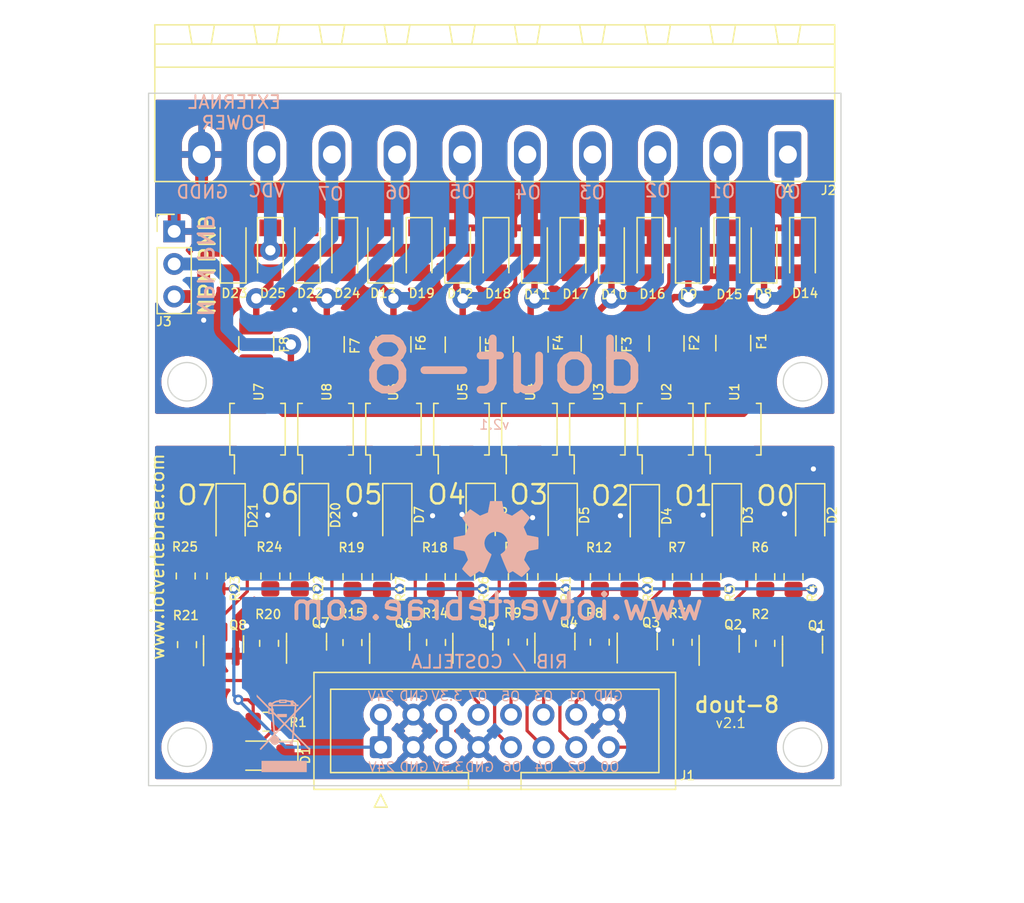
<source format=kicad_pcb>
(kicad_pcb (version 20211014) (generator pcbnew)
  (title_block (title "dout-8") (date "2023-04-06") (rev "1.1") (company "www.iotvertebrae.com") (comment 1 "Mechanical design: Xavier Pi") (comment 2 "Circuit & PCB design: Jordi Binefa"))
  (layers (0 "F.Cu" signal) (31 "B.Cu" signal) (34 "B.Paste" user) (35 "F.Paste" user) (36 "B.SilkS" user "B.Silkscreen") (37 "F.SilkS" user "F.Silkscreen") (38 "B.Mask" user) (39 "F.Mask" user) (44 "Edge.Cuts" user))
  (net 0 "")
  (net 1 "+3.3V")
  (net 2 "GND")
  (net 3 "Net-(D1-Pad2)")
  (net 4 "Net-(D2-Pad1)")
  (net 5 "Net-(D2-Pad2)")
  (net 6 "Net-(D3-Pad1)")
  (net 7 "Net-(D3-Pad2)")
  (net 8 "Net-(D4-Pad1)")
  (net 9 "Net-(D4-Pad2)")
  (net 10 "Net-(D5-Pad1)")
  (net 11 "Net-(D5-Pad2)")
  (net 12 "Net-(D6-Pad1)")
  (net 13 "Net-(D6-Pad2)")
  (net 14 "Net-(D7-Pad1)")
  (net 15 "Net-(D7-Pad2)")
  (net 16 "Net-(D20-Pad1)")
  (net 17 "Net-(D20-Pad2)")
  (net 18 "Net-(D21-Pad1)")
  (net 19 "Net-(D21-Pad2)")
  (net 20 "Net-(F7-Pad1)")
  (net 21 "/OUT_6")
  (net 22 "Net-(F8-Pad1)")
  (net 23 "/OUT_7")
  (net 24 "+24V")
  (net 25 "/COM")
  (net 26 "/OUT_0")
  (net 27 "/OUT_1")
  (net 28 "/OUT_2")
  (net 29 "/OUT_3")
  (net 30 "/OUT_4")
  (net 31 "/OUT_5")
  (net 32 "GNDD")
  (net 33 "+VDC")
  (net 34 "Net-(Q1-Pad1)")
  (net 35 "Net-(Q2-Pad1)")
  (net 36 "Net-(Q3-Pad1)")
  (net 37 "Net-(Q4-Pad1)")
  (net 38 "Net-(Q5-Pad1)")
  (net 39 "Net-(Q6-Pad1)")
  (net 40 "/O0")
  (net 41 "/O1")
  (net 42 "Net-(R6-Pad2)")
  (net 43 "Net-(R7-Pad2)")
  (net 44 "/O2")
  (net 45 "/O3")
  (net 46 "Net-(R12-Pad2)")
  (net 47 "Net-(R13-Pad2)")
  (net 48 "/O4")
  (net 49 "/O5")
  (net 50 "Net-(R18-Pad2)")
  (net 51 "Net-(R19-Pad2)")
  (net 52 "/O6")
  (net 53 "/O7")
  (net 54 "Net-(F1-Pad1)")
  (net 55 "Net-(F2-Pad1)")
  (net 56 "Net-(F3-Pad1)")
  (net 57 "Net-(F4-Pad1)")
  (net 58 "Net-(F5-Pad1)")
  (net 59 "Net-(F6-Pad1)")
  (net 60 "Net-(Q7-Pad1)")
  (net 61 "Net-(Q8-Pad1)")
  (net 62 "Net-(R24-Pad2)")
  (net 63 "Net-(R25-Pad2)")
  (footprint "Package_SO:SOP-4_3.8x4.1mm_P2.54mm" (layer "F.Cu") (at 145.1 92.2 90)
    (fp_text reference "U6")
    (fp_text value "CPC1017N")
  )
  (footprint "Diode_SMD:D_MiniMELF" (layer "F.Cu") (at 132.6 78.25 90)
    (fp_text reference "D23")
    (fp_text value "LL4148")
  )
  (footprint "Package_TO_SOT_SMD:SOT-23" (layer "F.Cu") (at 157.69 108.7525 90)
    (fp_text reference "Q4")
    (fp_text value "BC817")
  )
  (footprint "Package_TO_SOT_SMD:SOT-23" (layer "F.Cu") (at 138.32 108.7725 90)
    (fp_text reference "Q7")
    (fp_text value "BC817")
  )
  (footprint "Fuse:Fuse_1210_3225Metric_Pad1.42x2.65mm_HandSolder" (layer "F.Cu") (at 134.4 85.5875 90)
    (fp_text reference "F8")
    (fp_text value "MF-USMF010-2")
  )
  (footprint "LED_SMD:LED_1206_3216Metric_Pad1.42x1.75mm_HandSolder" (layer "F.Cu") (at 132.4 98.9125 -90)
    (fp_text reference "D21")
    (fp_text value "RED_LED")
  )
  (footprint "Fuse:Fuse_1210_3225Metric_Pad1.42x2.65mm_HandSolder" (layer "F.Cu") (at 139.9 85.5875 90)
    (fp_text reference "F7")
    (fp_text value "MF-USMF010-2")
  )
  (footprint "Package_TO_SOT_SMD:SOT-23" (layer "F.Cu") (at 177 109 90)
    (fp_text reference "Q1")
    (fp_text value "BC817")
  )
  (footprint "Resistor_SMD:R_0805_2012Metric_Pad1.20x1.40mm_HandSolder" (layer "F.Cu") (at 141.9 108.84 90)
    (fp_text reference "R15")
    (fp_text value "1K")
  )
  (footprint "Diode_SMD:D_MiniMELF" (layer "F.Cu") (at 153.1 78.25 -90)
    (fp_text reference "D18")
    (fp_text value "LL4148")
  )
  (footprint "LED_SMD:LED_1206_3216Metric_Pad1.42x1.75mm_HandSolder" (layer "F.Cu") (at 164.7 98.9875 -90)
    (fp_text reference "D4")
    (fp_text value "RED_LED")
  )
  (footprint "Resistor_SMD:R_0805_2012Metric_Pad1.20x1.40mm_HandSolder" (layer "F.Cu") (at 135.4 108.9 90)
    (fp_text reference "R20")
    (fp_text value "1K")
  )
  (footprint "Resistor_SMD:R_0805_2012Metric_Pad1.20x1.40mm_HandSolder" (layer "F.Cu") (at 174.1 103.7 90)
    (fp_text reference "R6")
    (fp_text value "10K")
  )
  (footprint "Resistor_SMD:R_0805_2012Metric_Pad1.20x1.40mm_HandSolder" (layer "F.Cu") (at 161.2 103.7 90)
    (fp_text reference "R12")
    (fp_text value "10K")
  )
  (footprint "Diode_SMD:D_MiniMELF" (layer "F.Cu") (at 165.1 78.25 -90)
    (fp_text reference "D16")
    (fp_text value "LL4148")
  )
  (footprint "Diode_SMD:D_MiniMELF" (layer "F.Cu") (at 159.1 78.25 -90)
    (fp_text reference "D17")
    (fp_text value "LL4148")
  )
  (footprint "Package_TO_SOT_SMD:SOT-23" (layer "F.Cu") (at 170.5 108.9375 90)
    (fp_text reference "Q2")
    (fp_text value "BC817")
  )
  (footprint "Diode_SMD:D_MiniMELF" (layer "F.Cu") (at 177 78.25 -90)
    (fp_text reference "D14")
    (fp_text value "LL4148")
  )
  (footprint "Diode_SMD:D_MiniMELF" (layer "F.Cu") (at 147.1 78.25 -90)
    (fp_text reference "D19")
    (fp_text value "LL4148")
  )
  (footprint "Diode_SMD:D_MiniMELF" (layer "F.Cu") (at 171.1 78.25 -90)
    (fp_text reference "D15")
    (fp_text value "LL4148")
  )
  (footprint "Connector_PinHeader_2.54mm:PinHeader_1x03_P2.54mm_Vertical" (layer "F.Cu") (at 128 76.775)
    (fp_text reference "J3")
    (fp_text value "Conn_01x03")
  )
  (footprint "Diode_SMD:D_MiniMELF" (layer "F.Cu") (at 156.1 78.25 90)
    (fp_text reference "D11")
    (fp_text value "LL4148")
  )
  (footprint "Fuse:Fuse_1210_3225Metric_Pad1.42x2.65mm_HandSolder" (layer "F.Cu") (at 166.4 85.5125 90)
    (fp_text reference "F2")
    (fp_text value "MF-USMF010-2")
  )
  (footprint "Resistor_SMD:R_0805_2012Metric_Pad1.20x1.40mm_HandSolder" (layer "F.Cu") (at 135.5 103.65 90)
    (fp_text reference "R24")
    (fp_text value "10K")
  )
  (footprint "Fuse:Fuse_1210_3225Metric_Pad1.42x2.65mm_HandSolder" (layer "F.Cu") (at 161.1 85.5125 90)
    (fp_text reference "F3")
    (fp_text value "MF-USMF010-2")
  )
  (footprint "Package_TO_SOT_SMD:SOT-23" (layer "F.Cu") (at 164.11 108.7525 90)
    (fp_text reference "Q3")
    (fp_text value "BC817")
  )
  (footprint "Resistor_SMD:R_0805_2012Metric_Pad1.20x1.40mm_HandSolder" (layer "F.Cu") (at 167.65 108.82 90)
    (fp_text reference "R3")
    (fp_text value "1K")
  )
  (footprint "LED_SMD:LED_1206_3216Metric_Pad1.42x1.75mm_HandSolder" (layer "F.Cu") (at 177.6 98.9125 -90)
    (fp_text reference "D2")
    (fp_text value "RED_LED")
  )
  (footprint "Fuse:Fuse_1210_3225Metric_Pad1.42x2.65mm_HandSolder" (layer "F.Cu") (at 171.6 85.4875 90)
    (fp_text reference "F1")
    (fp_text value "MF-USMF010-2")
  )
  (footprint "Resistor_SMD:R_0805_2012Metric_Pad1.20x1.40mm_HandSolder" (layer "F.Cu") (at 148.4 103.7 90)
    (fp_text reference "R18")
    (fp_text value "10K")
  )
  (footprint "Package_SO:SOP-4_3.8x4.1mm_P2.54mm" (layer "F.Cu") (at 150.4 92.2 90)
    (fp_text reference "U5")
    (fp_text value "CPC1017N")
  )
  (footprint "Resistor_SMD:R_0805_2012Metric_Pad1.20x1.40mm_HandSolder" (layer "F.Cu") (at 150.7 103.7 90)
    (fp_text reference "R16")
    (fp_text value "10K")
  )
  (footprint "LED_SMD:LED_1206_3216Metric_Pad1.42x1.75mm_HandSolder" (layer "F.Cu") (at 145.4 98.9 -90)
    (fp_text reference "D7")
    (fp_text value "RED_LED")
  )
  (footprint "Resistor_SMD:R_0805_2012Metric_Pad1.20x1.40mm_HandSolder" (layer "F.Cu") (at 144.2 103.7 90)
    (fp_text reference "R17")
    (fp_text value "10K")
  )
  (footprint "Diode_SMD:D_MiniMELF" (layer "F.Cu") (at 135.5 78.25 -90)
    (fp_text reference "D25")
    (fp_text value "LL4148")
  )
  (footprint "Diode_SMD:D_MiniMELF" (layer "F.Cu") (at 168.1 78.25 90)
    (fp_text reference "D9")
    (fp_text value "LL4148")
  )
  (footprint "Package_SO:SOP-4_3.8x4.1mm_P2.54mm" (layer "F.Cu") (at 134.5 92.2 90)
    (fp_text reference "U7")
    (fp_text value "CPC1017N")
  )
  (footprint "Diode_SMD:D_MiniMELF" (layer "F.Cu") (at 150.1 78.25 90)
    (fp_text reference "D12")
    (fp_text value "LL4148")
  )
  (footprint "LED_SMD:LED_1206_3216Metric_Pad1.42x1.75mm_HandSolder" (layer "F.Cu") (at 171.1 98.9125 -90)
    (fp_text reference "D3")
    (fp_text value "RED_LED")
  )
  (footprint "Connector_IDC:IDC-Header_2x08_P2.54mm_Vertical" (layer "F.Cu") (at 144.11 117 90)
    (fp_text reference "J1")
    (fp_text value "Conn_02x08_Odd_Even")
  )
  (footprint "Package_SO:SOP-4_3.8x4.1mm_P2.54mm" (layer "F.Cu") (at 171.6 92.2 90)
    (fp_text reference "U1")
    (fp_text value "CPC1017N")
  )
  (footprint "Diode_SMD:D_MiniMELF" (layer "F.Cu") (at 162.1 78.25 90)
    (fp_text reference "D10")
    (fp_text value "LL4148")
  )
  (footprint "Fuse:Fuse_1210_3225Metric_Pad1.42x2.65mm_HandSolder" (layer "F.Cu") (at 155.8 85.5875 90)
    (fp_text reference "F4")
    (fp_text value "MF-USMF010-2")
  )
  (footprint "Package_TO_SOT_SMD:SOT-23" (layer "F.Cu") (at 131.85 108.9625 90)
    (fp_text reference "Q8")
    (fp_text value "BC817")
  )
  (footprint "Resistor_SMD:R_0805_2012Metric_Pad1.20x1.40mm_HandSolder" (layer "F.Cu") (at 128.9 103.65 90)
    (fp_text reference "R25")
    (fp_text value "10K")
  )
  (footprint "Diode_SMD:D_MiniMELF" (layer "F.Cu") (at 144.1 78.25 90)
    (fp_text reference "D13")
    (fp_text value "LL4148")
  )
  (footprint "Resistor_SMD:R_0805_2012Metric_Pad1.20x1.40mm_HandSolder" (layer "F.Cu") (at 161.19 108.81 90)
    (fp_text reference "R8")
    (fp_text value "1K")
  )
  (footprint "Resistor_SMD:R_0805_2012Metric_Pad1.20x1.40mm_HandSolder" (layer "F.Cu") (at 157.1 103.7 90)
    (fp_text reference "R11")
    (fp_text value "10K")
  )
  (footprint "Resistor_SMD:R_0805_2012Metric_Pad1.20x1.40mm_HandSolder" (layer "F.Cu") (at 137.8 103.65 90)
    (fp_text reference "R22")
    (fp_text value "10K")
  )
  (footprint "Diode_SMD:D_MiniMELF" (layer "F.Cu") (at 138.4 78.25 90)
    (fp_text reference "D22")
    (fp_text value "LL4148")
  )
  (footprint "Package_SO:SOP-4_3.8x4.1mm_P2.54mm" (layer "F.Cu") (at 166.3 92.2 90)
    (fp_text reference "U2")
    (fp_text value "CPC1017N")
  )
  (footprint "Resistor_SMD:R_0805_2012Metric_Pad1.20x1.40mm_HandSolder" (layer "F.Cu") (at 169.9 103.7 90)
    (fp_text reference "R5")
    (fp_text value "10K")
  )
  (footprint "Fuse:Fuse_1210_3225Metric_Pad1.42x2.65mm_HandSolder" (layer "F.Cu") (at 150.5 85.6125 90)
    (fp_text reference "F5")
    (fp_text value "MF-USMF010-2")
  )
  (footprint "LED_SMD:LED_1206_3216Metric_Pad1.42x1.75mm_HandSolder" (layer "F.Cu") (at 135.1875 117.66 180)
    (fp_text reference "D1")
    (fp_text value "RED_LED")
  )
  (footprint "Package_SO:SOP-4_3.8x4.1mm_P2.54mm" (layer "F.Cu") (at 139.8 92.2 90)
    (fp_text reference "U8")
    (fp_text value "CPC1017N")
  )
  (footprint "Resistor_SMD:R_0805_2012Metric_Pad1.20x1.40mm_HandSolder" (layer "F.Cu") (at 176.3 103.7 90)
    (fp_text reference "R4")
    (fp_text value "10K")
  )
  (footprint "Resistor_SMD:R_0805_2012Metric_Pad1.20x1.40mm_HandSolder" (layer "F.Cu") (at 154.8 108.8 90)
    (fp_text reference "R9")
    (fp_text value "1K")
  )
  (footprint "Resistor_SMD:R_0805_2012Metric_Pad1.20x1.40mm_HandSolder" (layer "F.Cu") (at 154.8 103.7 90)
    (fp_text reference "R13")
    (fp_text value "10K")
  )
  (footprint "Resistor_SMD:R_0805_2012Metric_Pad1.20x1.40mm_HandSolder" (layer "F.Cu") (at 141.9 103.7 90)
    (fp_text reference "R19")
    (fp_text value "10K")
  )
  (footprint "Resistor_SMD:R_0805_2012Metric_Pad1.20x1.40mm_HandSolder" (layer "F.Cu") (at 148.42 108.83 90)
    (fp_text reference "R14")
    (fp_text value "1K")
  )
  (footprint "Package_TO_SOT_SMD:SOT-23" (layer "F.Cu") (at 144.8 108.7825 90)
    (fp_text reference "Q6")
    (fp_text value "BC817")
  )
  (footprint "Connector_Phoenix_MSTB:PhoenixContact_MSTBA_2,5_10-G-5,08_1x10_P5.08mm_Horizontal" (layer "F.Cu") (at 175.86 70.7775 180)
    (fp_text reference "J2")
    (fp_text value "Conn_01x10")
  )
  (footprint "Fuse:Fuse_1210_3225Metric_Pad1.42x2.65mm_HandSolder" (layer "F.Cu") (at 145.1 85.5875 90)
    (fp_text reference "F6")
    (fp_text value "MF-USMF010-2")
  )
  (footprint "Diode_SMD:D_MiniMELF" (layer "F.Cu") (at 174 78.25 90)
    (fp_text reference "D8")
    (fp_text value "LL4148")
  )
  (footprint "Package_SO:SOP-4_3.8x4.1mm_P2.54mm" (layer "F.Cu") (at 161 92.2 90)
    (fp_text reference "U3")
    (fp_text value "CPC1017N")
  )
  (footprint "Resistor_SMD:R_0805_2012Metric_Pad1.20x1.40mm_HandSolder" (layer "F.Cu") (at 131.3 103.65 90)
    (fp_text reference "R23")
    (fp_text value "10K")
  )
  (footprint "Resistor_SMD:R_0805_2012Metric_Pad1.20x1.40mm_HandSolder" (layer "F.Cu") (at 135.16 115.01)
    (fp_text reference "R1")
    (fp_text value "10K")
  )
  (footprint "Resistor_SMD:R_0805_2012Metric_Pad1.20x1.40mm_HandSolder" (layer "F.Cu") (at 129 109 90)
    (fp_text reference "R21")
    (fp_text value "1K")
  )
  (footprint "Package_SO:SOP-4_3.8x4.1mm_P2.54mm" (layer "F.Cu") (at 155.7 92.2 90)
    (fp_text reference "U4")
    (fp_text value "CPC1017N")
  )
  (footprint "Package_TO_SOT_SMD:SOT-23" (layer "F.Cu") (at 151.29 108.7725 90)
    (fp_text reference "Q5")
    (fp_text value "BC817")
  )
  (footprint "LED_SMD:LED_1206_3216Metric_Pad1.42x1.75mm_HandSolder" (layer "F.Cu") (at 151.9 98.8875 -90)
    (fp_text reference "D6")
    (fp_text value "RED_LED")
  )
  (footprint "LED_SMD:LED_1206_3216Metric_Pad1.42x1.75mm_HandSolder" (layer "F.Cu") (at 138.9 98.9 -90)
    (fp_text reference "D20")
    (fp_text value "RED_LED")
  )
  (footprint "Resistor_SMD:R_0805_2012Metric_Pad1.20x1.40mm_HandSolder" (layer "F.Cu") (at 163.5 103.7 90)
    (fp_text reference "R10")
    (fp_text value "10K")
  )
  (footprint "Resistor_SMD:R_0805_2012Metric_Pad1.20x1.40mm_HandSolder" (layer "F.Cu") (at 174.1 108.9 90)
    (fp_text reference "R2")
    (fp_text value "1K")
  )
  (footprint "LED_SMD:LED_1206_3216Metric_Pad1.42x1.75mm_HandSolder" (layer "F.Cu") (at 158.3 98.8875 -90)
    (fp_text reference "D5")
    (fp_text value "RED_LED")
  )
  (footprint "Resistor_SMD:R_0805_2012Metric_Pad1.20x1.40mm_HandSolder" (layer "F.Cu") (at 167.6 103.7 90)
    (fp_text reference "R7")
    (fp_text value "10K")
  )
  (footprint "Diode_SMD:D_MiniMELF" (layer "F.Cu") (at 141.3 78.25 -90)
    (fp_text reference "D24")
    (fp_text value "LL4148")
  )
  (footprint "Symbol:WEEE-Logo_4.2x6mm_SilkScreen" (layer "B.Cu") (at 136.56 115.92 180)
    (fp_text reference "REF**" hide)
    (fp_text value "WEEE-Logo_4.2x6mm_SilkScreen" hide)
  )
  (footprint "Symbol:OSHW-Symbol_6.7x6mm_SilkScreen" (layer "B.Cu") (at 153.109251 100.783905 180)
    (fp_text reference "REF**" hide)
    (fp_text value "OSHW-Symbol_6.7x6mm_SilkScreen" hide)
  )
  (gr_circle (center 177 88.5) (end 178.5 88.5) (layer "Edge.Cuts") (width 0.1) (fill none))
  (gr_circle (center 177 117) (end 178.5 117) (layer "Edge.Cuts") (width 0.1) (fill none))
  (gr_circle (center 129 117) (end 130.5 117) (layer "Edge.Cuts") (width 0.1) (fill none))
  (gr_rect (start 126 120) (end 180 66) (layer "Edge.Cuts") (width 0.1) (fill none))
  (gr_circle (center 129 88.5) (end 130.5 88.5) (layer "Edge.Cuts") (width 0.1) (fill none))
  (gr_text "3.3V" (at 149.36 118.56) (layer "B.SilkS") (effects (font (size 0.75 0.75) (thickness 0.1)) (justify mirror)))
  (gr_text "O2" (at 165.7 73.6) (layer "B.SilkS") (effects (font (size 1 1)) (justify mirror)))
  (gr_text "O7" (at 151.68 113.02) (layer "B.SilkS") (effects (font (size 0.75 0.75) (thickness 0.1)) (justify mirror)))
  (gr_text "3.3V" (at 149.27 113.01) (layer "B.SilkS") (effects (font (size 0.75 0.75) (thickness 0.1)) (justify mirror)))
  (gr_text "GND" (at 146.69 113.01) (layer "B.SilkS") (effects (font (size 0.75 0.75) (thickness 0.1)) (justify mirror)))
  (gr_text "O3" (at 156.8 113.02) (layer "B.SilkS") (effects (font (size 0.75 0.75) (thickness 0.1)) (justify mirror)))
  (gr_text "NPN" (at 130.4 81.55 -90) (layer "B.SilkS") (effects (font (size 1.2 1.2) (thickness 0.2)) (justify mirror)))
  (gr_text "PNP" (at 130.4 77.3 -90) (layer "B.SilkS") (effects (font (size 1.2 1.2) (thickness 0.2)) (justify mirror)))
  (gr_text "O4" (at 155.6 73.75) (layer "B.SilkS") (effects (font (size 1 1)) (justify mirror)))
  (gr_text "dout-8" (at 153.7 87.3) (layer "B.SilkS") (effects (font (size 4 4) (thickness 0.6)) (justify mirror)))
  (gr_text "O4" (at 156.84 118.53) (layer "B.SilkS") (effects (font (size 0.75 0.75) (thickness 0.1)) (justify mirror)))
  (gr_text "O6" (at 154.35 118.53) (layer "B.SilkS") (effects (font (size 0.75 0.75) (thickness 0.1)) (justify mirror)))
  (gr_text "O0" (at 161.97 118.53) (layer "B.SilkS") (effects (font (size 0.75 0.75) (thickness 0.1)) (justify mirror)))
  (gr_text "24V" (at 144.18 118.55) (layer "B.SilkS") (effects (font (size 0.75 0.75) (thickness 0.1)) (justify mirror)))
  (gr_text "GNDD" (at 130.2 73.7) (layer "B.SilkS") (effects (font (size 1 1)) (justify mirror)))
  (gr_text "v2.1" (at 152.96 91.85) (layer "B.SilkS") (effects (font (size 0.75 0.75) (thickness 0.1)) (justify mirror)))
  (gr_text "O5" (at 150.45 73.7) (layer "B.SilkS") (effects (font (size 1 1)) (justify mirror)))
  (gr_text "O2" (at 159.42 118.53) (layer "B.SilkS") (effects (font (size 0.75 0.75) (thickness 0.1)) (justify mirror)))
  (gr_text "RIB / COSTELLA" (at 152.59 110.34) (layer "B.SilkS") (effects (font (size 1 1)) (justify mirror)))
  (gr_text "O1" (at 170.75 73.65) (layer "B.SilkS") (effects (font (size 1 1)) (justify mirror)))
  (gr_text "VDC" (at 135.2 73.6) (layer "B.SilkS") (effects (font (size 1 1)) (justify mirror)))
  (gr_text "GND" (at 151.82 118.55) (layer "B.SilkS") (effects (font (size 0.75 0.75) (thickness 0.1)) (justify mirror)))
  (gr_text "O7" (at 140.2 73.85) (layer "B.SilkS") (effects (font (size 1 1)) (justify mirror)))
  (gr_text "O0" (at 175.85 73.7) (layer "B.SilkS") (effects (font (size 1 1)) (justify mirror)))
  (gr_text "EXTERNAL\nPOWER" (at 132.7 67.5) (layer "B.SilkS") (effects (font (size 1 1)) (justify mirror)))
  (gr_text "www.iotvertebrae.com" (at 153.15 106.05) (layer "B.SilkS") (effects (font (size 2 2) (thickness 0.3)) (justify mirror)))
  (gr_text "GND" (at 161.86 113.01) (layer "B.SilkS") (effects (font (size 0.75 0.75) (thickness 0.1)) (justify mirror)))
  (gr_text "O5" (at 154.23 113.03) (layer "B.SilkS") (effects (font (size 0.75 0.75) (thickness 0.1)) (justify mirror)))
  (gr_text "O1" (at 159.38 113.03) (layer "B.SilkS") (effects (font (size 0.75 0.75) (thickness 0.1)) (justify mirror)))
  (gr_text "O3" (at 160.6 73.75) (layer "B.SilkS") (effects (font (size 1 1)) (justify mirror)))
  (gr_text "GND" (at 146.71 118.55) (layer "B.SilkS") (effects (font (size 0.75 0.75) (thickness 0.1)) (justify mirror)))
  (gr_text "O6" (at 145.45 73.75) (layer "B.SilkS") (effects (font (size 1 1)) (justify mirror)))
  (gr_text "24V" (at 144.13 113.02) (layer "B.SilkS") (effects (font (size 0.75 0.75) (thickness 0.1)) (justify mirror)))
  (gr_text "www.iotvertebrae.com" (at 126.7 102.15 90) (layer "F.SilkS") (effects (font (size 1 1))))
  (gr_text "O4" (at 149.25 97.3) (layer "F.SilkS") (effects (font (size 1.5 1.5) (thickness 0.2))))
  (gr_text "O3" (at 155.65 97.3) (layer "F.SilkS") (effects (font (size 1.5 1.5) (thickness 0.2))))
  (gr_text "v2.1" (at 171.4 115.12) (layer "F.SilkS") (effects (font (size 0.75 0.75) (thickness 0.1))))
  (gr_text "O0" (at 174.9 97.4) (layer "F.SilkS") (effects (font (size 1.5 1.5) (thickness 0.2))))
  (gr_text "O2" (at 162 97.4) (layer "F.SilkS") (effects (font (size 1.5 1.5) (thickness 0.2))))
  (gr_text "dout-8" (at 171.88 113.69) (layer "F.SilkS") (effects (font (size 1.2 1.2) (thickness 0.2))))
  (gr_text "NPN" (at 130.6 81.4 90) (layer "F.SilkS") (effects (font (size 1.2 1.2) (thickness 0.2))))
  (gr_text "O7" (at 129.75 97.35) (layer "F.SilkS") (effects (font (size 1.5 1.5) (thickness 0.2))))
  (gr_text "O1" (at 168.5 97.4) (layer "F.SilkS") (effects (font (size 1.5 1.5) (thickness 0.2))))
  (gr_text "PNP" (at 130.6 77.4 90) (layer "F.SilkS") (effects (font (size 1.2 1.2) (thickness 0.2))))
  (gr_text "O6" (at 136.25 97.3) (layer "F.SilkS") (effects (font (size 1.5 1.5) (thickness 0.2))))
  (gr_text "O5" (at 142.75 97.3) (layer "F.SilkS") (effects (font (size 1.5 1.5) (thickness 0.2))))
  (segment (start 149.19 115.12) (end 149.19 117.66) (width 0.5) (layer "B.Cu") (net 1))
  (via (at 165.75 107.85) (size 0.8) (drill 0.4) (layers "F.Cu" "B.Cu") (net 2))
  (via (at 155.95 99.1) (size 0.8) (drill 0.4) (layers "F.Cu" "B.Cu") (net 2))
  (via (at 177.85 95.3) (size 0.8) (drill 0.4) (layers "F.Cu" "B.Cu") (net 2))
  (via (at 139.6 107.5) (size 0.8) (drill 0.4) (layers "F.Cu" "B.Cu") (net 2))
  (via (at 178.25 107.9) (size 0.8) (drill 0.4) (layers "F.Cu" "B.Cu") (net 2))
  (via (at 169.25 98.9) (size 0.8) (drill 0.4) (layers "F.Cu" "B.Cu") (net 2))
  (via (at 133.65 107.55) (size 0.8) (drill 0.4) (layers "F.Cu" "B.Cu") (net 2))
  (via (at 142.1 98.85) (size 0.8) (drill 0.4) (layers "F.Cu" "B.Cu") (net 2))
  (via (at 159.05 107.6) (size 0.8) (drill 0.4) (layers "F.Cu" "B.Cu") (net 2))
  (via (at 175.6 98.8) (size 0.8) (drill 0.4) (layers "F.Cu" "B.Cu") (net 2))
  (via (at 146.05 107.5) (size 0.8) (drill 0.4) (layers "F.Cu" "B.Cu") (net 2))
  (via (at 172.4 107.9) (size 0.8) (drill 0.4) (layers "F.Cu" "B.Cu") (net 2))
  (via (at 135.3 98.9) (size 0.8) (drill 0.4) (layers "F.Cu" "B.Cu") (net 2))
  (via (at 150.45 98.85) (size 0.8) (drill 0.4) (layers "F.Cu" "B.Cu") (net 2))
  (via (at 148.15 98.95) (size 0.8) (drill 0.4) (layers "F.Cu" "B.Cu") (net 2))
  (via (at 152.7 107.7) (size 0.8) (drill 0.4) (layers "F.Cu" "B.Cu") (net 2))
  (via (at 162.8 98.95) (size 0.8) (drill 0.4) (layers "F.Cu" "B.Cu") (net 2))
  (segment (start 136.16 115.2) (end 136.16 115.01) (width 0.25) (layer "F.Cu") (net 3))
  (segment (start 133.7 117.66) (end 136.16 115.2) (width 0.25) (layer "F.Cu") (net 3))
  (segment (start 176.225 97.425) (end 177.6 97.425) (width 0.25) (layer "F.Cu") (net 4))
  (segment (start 177.6 97.425) (end 177.625 97.425) (width 0.25) (layer "F.Cu") (net 4))
  (segment (start 179 104.85) (end 176.95 106.9) (width 0.25) (layer "F.Cu") (net 4))
  (segment (start 176.95 106.9) (end 176.95 108.0125) (width 0.25) (layer "F.Cu") (net 4))
  (segment (start 177.625 97.425) (end 179 98.8) (width 0.25) (layer "F.Cu") (net 4))
  (segment (start 179 98.8) (end 179 104.85) (width 0.25) (layer "F.Cu") (net 4))
  (segment (start 176.95 108.0125) (end 177 108.0625) (width 0.25) (layer "F.Cu") (net 4))
  (segment (start 175.9 96.05) (end 175.9 97.1) (width 0.25) (layer "F.Cu") (net 4))
  (segment (start 175.9 97.1) (end 176.225 97.425) (width 0.25) (layer "F.Cu") (net 4))
  (segment (start 174.8 94.95) (end 175.9 96.05) (width 0.25) (layer "F.Cu") (net 4))
  (segment (start 172.87 94.95) (end 174.8 94.95) (width 0.25) (layer "F.Cu") (net 4))
  (segment (start 177.25 102.7) (end 176.3 102.7) (width 0.25) (layer "F.Cu") (net 5))
  (segment (start 177.6 100.4) (end 177.6 102.35) (width 0.25) (layer "F.Cu") (net 5))
  (segment (start 177.6 102.35) (end 177.25 102.7) (width 0.25) (layer "F.Cu") (net 5))
  (segment (start 170.5 106.75) (end 170.5 108) (width 0.25) (layer "F.Cu") (net 6))
  (segment (start 169.325 97.425) (end 171.1 97.425) (width 0.25) (layer "F.Cu") (net 6))
  (segment (start 172.025 97.425) (end 172.65 98.05) (width 0.25) (layer "F.Cu") (net 6))
  (segment (start 172.65 104.6) (end 170.5 106.75) (width 0.25) (layer "F.Cu") (net 6))
  (segment (start 171.1 97.425) (end 172.025 97.425) (width 0.25) (layer "F.Cu") (net 6))
  (segment (start 172.65 98.05) (end 172.65 104.6) (width 0.25) (layer "F.Cu") (net 6))
  (segment (start 167.57 94.95) (end 167.57 95.67) (width 0.25) (layer "F.Cu") (net 6))
  (segment (start 167.57 95.67) (end 169.325 97.425) (width 0.25) (layer "F.Cu") (net 6))
  (segment (start 170.75 102.7) (end 169.9 102.7) (width 0.25) (layer "F.Cu") (net 7))
  (segment (start 171.1 102.35) (end 170.75 102.7) (width 0.25) (layer "F.Cu") (net 7))
  (segment (start 171.1 100.4) (end 171.1 102.35) (width 0.25) (layer "F.Cu") (net 7))
  (segment (start 164.1 106.65) (end 164.1 108) (width 0.25) (layer "F.Cu") (net 8))
  (segment (start 166.2 104.55) (end 164.1 106.65) (width 0.25) (layer "F.Cu") (net 8))
  (segment (start 166.2 98.05) (end 166.2 104.55) (width 0.25) (layer "F.Cu") (net 8))
  (segment (start 162.27 94.95) (end 162.27 96.62) (width 0.25) (layer "F.Cu") (net 8))
  (segment (start 164.7 97.5) (end 165.65 97.5) (width 0.25) (layer "F.Cu") (net 8))
  (segment (start 162.27 96.62) (end 163.15 97.5) (width 0.25) (layer "F.Cu") (net 8))
  (segment (start 165.65 97.5) (end 166.2 98.05) (width 0.25) (layer "F.Cu") (net 8))
  (segment (start 163.15 97.5) (end 164.7 97.5) (width 0.25) (layer "F.Cu") (net 8))
  (segment (start 164.3 102.7) (end 163.5 102.7) (width 0.25) (layer "F.Cu") (net 9))
  (segment (start 164.7 100.475) (end 164.7 102.3) (width 0.25) (layer "F.Cu") (net 9))
  (segment (start 164.7 102.3) (end 164.3 102.7) (width 0.25) (layer "F.Cu") (net 9))
  (segment (start 159.5 97.4) (end 158.3 97.4) (width 0.25) (layer "F.Cu") (net 10))
  (segment (start 156.95 97.2) (end 157.15 97.4) (width 0.25) (layer "F.Cu") (net 10))
  (segment (start 157.15 97.4) (end 158.3 97.4) (width 0.25) (layer "F.Cu") (net 10))
  (segment (start 159.85 105) (end 159.85 97.75) (width 0.25) (layer "F.Cu") (net 10))
  (segment (start 156.97 94.95) (end 156.95 94.97) (width 0.25) (layer "F.Cu") (net 10))
  (segment (start 159.85 97.75) (end 159.5 97.4) (width 0.25) (layer "F.Cu") (net 10))
  (segment (start 157.7 108.025) (end 157.7 107.15) (width 0.25) (layer "F.Cu") (net 10))
  (segment (start 156.95 94.97) (end 156.95 97.2) (width 0.25) (layer "F.Cu") (net 10))
  (segment (start 157.7 107.15) (end 159.85 105) (width 0.25) (layer "F.Cu") (net 10))
  (segment (start 158.3 102.35) (end 157.95 102.7) (width 0.25) (layer "F.Cu") (net 11))
  (segment (start 157.95 102.7) (end 157.1 102.7) (width 0.25) (layer "F.Cu") (net 11))
  (segment (start 158.3 100.375) (end 158.3 102.35) (width 0.25) (layer "F.Cu") (net 11))
  (segment (start 153.35 97.75) (end 153.35 104.8) (width 0.25) (layer "F.Cu") (net 12))
  (segment (start 151.3 106.85) (end 151.3 108.0625) (width 0.25) (layer "F.Cu") (net 12))
  (segment (start 151.9 97.4) (end 153 97.4) (width 0.25) (layer "F.Cu") (net 12))
  (segment (start 151.67 96.17) (end 151.9 96.4) (width 0.25) (layer "F.Cu") (net 12))
  (segment (start 153 97.4) (end 153.35 97.75) (width 0.25) (layer "F.Cu") (net 12))
  (segment (start 151.67 94.95) (end 151.67 96.17) (width 0.25) (layer "F.Cu") (net 12))
  (segment (start 153.35 104.8) (end 151.3 106.85) (width 0.25) (layer "F.Cu") (net 12))
  (segment (start 151.9 96.4) (end 151.9 97.4) (width 0.25) (layer "F.Cu") (net 12))
  (segment (start 150.7 102.7) (end 151.6 102.7) (width 0.25) (layer "F.Cu") (net 13))
  (segment (start 151.6 102.7) (end 151.9 102.4) (width 0.25) (layer "F.Cu") (net 13))
  (segment (start 151.9 102.4) (end 151.9 100.375) (width 0.25) (layer "F.Cu") (net 13))
  (segment (start 146.35 106.1) (end 146.8 105.65) (width 0.25) (layer "F.Cu") (net 14))
  (segment (start 144.8 108.025) (end 144.8 106.75) (width 0.25) (layer "F.Cu") (net 14))
  (segment (start 145.75 96.25) (end 146.15 96.25) (width 0.25) (layer "F.Cu") (net 14))
  (segment (start 145.4 96.6) (end 145.75 96.25) (width 0.25) (layer "F.Cu") (net 14))
  (segment (start 145.45 106.1) (end 146.35 106.1) (width 0.25) (layer "F.Cu") (net 14))
  (segment (start 145.4 97.4125) (end 145.4 96.6) (width 0.25) (layer "F.Cu") (net 14))
  (segment (start 146.37 94.95) (end 146.37 96.03) (width 0.25) (layer "F.Cu") (net 14))
  (segment (start 144.8 106.75) (end 145.45 106.1) (width 0.25) (layer "F.Cu") (net 14))
  (segment (start 146.8 105.65) (end 146.8 97.9) (width 0.25) (layer "F.Cu") (net 14))
  (segment (start 145.4 97.4125) (end 146.3125 97.4125) (width 0.25) (layer "F.Cu") (net 14))
  (segment (start 146.37 96.03) (end 146.15 96.25) (width 0.25) (layer "F.Cu") (net 14))
  (segment (start 146.3125 97.4125) (end 146.8 97.9) (width 0.25) (layer "F.Cu") (net 14))
  (segment (start 145.4 100.3875) (end 145.4 102.35) (width 0.25) (layer "F.Cu") (net 15))
  (segment (start 145.4 102.35) (end 145.05 102.7) (width 0.25) (layer "F.Cu") (net 15))
  (segment (start 145.05 102.7) (end 144.2 102.7) (width 0.25) (layer "F.Cu") (net 15))
  (segment (start 138.3 108.025) (end 138.3 106.65) (width 0.25) (layer "F.Cu") (net 16))
  (segment (start 140.7 94.95) (end 140.15 95.5) (width 0.25) (layer "F.Cu") (net 16))
  (segment (start 140.15 97.1) (end 139.8375 97.4125) (width 0.25) (layer "F.Cu") (net 16))
  (segment (start 138.65 106.3) (end 139.55 106.3) (width 0.25) (layer "F.Cu") (net 16))
  (segment (start 140.3 105.55) (end 139.55 106.3) (width 0.25) (layer "F.Cu") (net 16))
  (segment (start 139.8625 97.4125) (end 140.3 97.85) (width 0.25) (layer "F.Cu") (net 16))
  (segment (start 138.9 97.4125) (end 139.8625 97.4125) (width 0.25) (layer "F.Cu") (net 16))
  (segment (start 138.3 106.65) (end 138.65 106.3) (width 0.25) (layer "F.Cu") (net 16))
  (segment (start 139.8375 97.4125) (end 138.9 97.4125) (width 0.25) (layer "F.Cu") (net 16))
  (segment (start 140.3 97.85) (end 140.3 105.55) (width 0.25) (layer "F.Cu") (net 16))
  (segment (start 140.15 95.5) (end 140.15 97.1) (width 0.25) (layer "F.Cu") (net 16))
  (segment (start 141.07 94.95) (end 140.7 94.95) (width 0.25) (layer "F.Cu") (net 16))
  (segment (start 138.9 100.3875) (end 138.9 102.4) (width 0.25) (layer "F.Cu") (net 17))
  (segment (start 138.9 102.4) (end 138.65 102.65) (width 0.25) (layer "F.Cu") (net 17))
  (segment (start 138.65 102.65) (end 137.8 102.65) (width 0.25) (layer "F.Cu") (net 17))
  (segment (start 134.5 95.7) (end 134.5 96.7) (width 0.25) (layer "F.Cu") (net 18))
  (segment (start 134.5 96.7) (end 133.6 97.6) (width 0.25) (layer "F.Cu") (net 18))
  (segment (start 131.85 106.7) (end 131.85 108.025) (width 0.25) (layer "F.Cu") (net 18))
  (segment (start 133.7 104.85) (end 131.85 106.7) (width 0.25) (layer "F.Cu") (net 18))
  (segment (start 135.25 94.95) (end 134.5 95.7) (width 0.25) (layer "F.Cu") (net 18))
  (segment (start 133.6 97.6) (end 133.7 97.7) (width 0.25) (layer "F.Cu") (net 18))
  (segment (start 133.7 97.7) (end 133.7 104.85) (width 0.25) (layer "F.Cu") (net 18))
  (segment (start 133.425 97.425) (end 133.6 97.6) (width 0.25) (layer "F.Cu") (net 18))
  (segment (start 135.77 94.95) (end 135.25 94.95) (width 0.25) (layer "F.Cu") (net 18))
  (segment (start 132.4 97.425) (end 133.425 97.425) (width 0.25) (layer "F.Cu") (net 18))
  (segment (start 132.4 102.3) (end 132.05 102.65) (width 0.25) (layer "F.Cu") (net 19))
  (segment (start 132.4 100.4) (end 132.4 102.3) (width 0.25) (layer "F.Cu") (net 19))
  (segment (start 132.05 102.65) (end 131.3 102.65) (width 0.25) (layer "F.Cu") (net 19))
  (segment (start 138.53 89.45) (end 139.45 89.45) (width 0.5) (layer "F.Cu") (net 20))
  (segment (start 139.45 89.45) (end 139.9 89) (width 0.5) (layer "F.Cu") (net 20))
  (segment (start 139.9 89) (end 139.9 87.075) (width 0.5) (layer "F.Cu") (net 20))
  (segment (start 138.8 82) (end 139.9 82) (width 0.5) (layer "F.Cu") (net 21))
  (segment (start 138.4 81.6) (end 138.8 82) (width 0.5) (layer "F.Cu") (net 21))
  (segment (start 141.3 80) (end 138.4 80) (width 1) (layer "F.Cu") (net 21))
  (segment (start 138.4 80) (end 138.4 81.6) (width 0.5) (layer "F.Cu") (net 21))
  (segment (start 139.9 82) (end 139.9 84.1) (width 0.5) (layer "F.Cu") (net 21))
  (via (at 139.9 82) (size 1.6) (drill 0.8) (layers "F.Cu" "B.Cu") (net 21))
  (segment (start 141 82) (end 139.9 82) (width 1) (layer "B.Cu") (net 21))
  (segment (start 145.38 70.7775) (end 145.38 77.62) (width 1) (layer "B.Cu") (net 21))
  (segment (start 145.38 77.62) (end 141 82) (width 1) (layer "B.Cu") (net 21))
  (segment (start 134.05 89.45) (end 134.4 89.1) (width 0.5) (layer "F.Cu") (net 22))
  (segment (start 133.23 89.45) (end 134.05 89.45) (width 0.5) (layer "F.Cu") (net 22))
  (segment (start 134.4 89.1) (end 134.4 87.075) (width 0.5) (layer "F.Cu") (net 22))
  (segment (start 135.5 80.9) (end 134.4 82) (width 0.5) (layer "F.Cu") (net 23))
  (segment (start 134.4 82) (end 134.4 84.1) (width 0.5) (layer "F.Cu") (net 23))
  (segment (start 135.5 80) (end 132.6 80) (width 1) (layer "F.Cu") (net 23))
  (segment (start 135.5 80) (end 135.5 80.9) (width 0.5) (layer "F.Cu") (net 23))
  (via (at 134.4 82) (size 1.6) (drill 0.8) (layers "F.Cu" "B.Cu") (net 23))
  (segment (start 135.5 82) (end 134.4 82) (width 1) (layer "B.Cu") (net 23))
  (segment (start 140.3 70.7775) (end 140.3 77.2) (width 1) (layer "B.Cu") (net 23))
  (segment (start 140.3 77.2) (end 135.5 82) (width 1) (layer "B.Cu") (net 23))
  (segment (start 133 113.3) (end 133.77 113.3) (width 0.25) (layer "F.Cu") (net 24))
  (segment (start 145.6 104.65) (end 144.25 104.65) (width 0.25) (layer "F.Cu") (net 24))
  (segment (start 144.25 104.65) (end 144.2 104.7) (width 0.25) (layer "F.Cu") (net 24))
  (segment (start 163.55 104.65) (end 163.5 104.7) (width 0.25) (layer "F.Cu") (net 24))
  (segment (start 144.2 104.7) (end 141.9 104.7) (width 0.25) (layer "F.Cu") (net 24))
  (segment (start 137.8 104.65) (end 135.5 104.65) (width 0.25) (layer "F.Cu") (net 24))
  (segment (start 167.6 104.7) (end 169.9 104.7) (width 0.25) (layer "F.Cu") (net 24))
  (segment (start 161.2 104.7) (end 163.5 104.7) (width 0.25) (layer "F.Cu") (net 24))
  (segment (start 134.16 113.69) (end 134.16 115.01) (width 0.25) (layer "F.Cu") (net 24))
  (segment (start 157.15 104.65) (end 157.1 104.7) (width 0.25) (layer "F.Cu") (net 24))
  (segment (start 133.77 113.3) (end 134.16 113.69) (width 0.25) (layer "F.Cu") (net 24))
  (segment (start 174.1 104.7) (end 176.3 104.7) (width 0.25) (layer "F.Cu") (net 24))
  (segment (start 164.85 104.65) (end 163.55 104.65) (width 0.25) (layer "F.Cu") (net 24))
  (segment (start 154.8 104.7) (end 157.1 104.7) (width 0.25) (layer "F.Cu") (net 24))
  (segment (start 139.15 104.65) (end 137.8 104.65) (width 0.25) (layer "F.Cu") (net 24))
  (segment (start 148.4 104.7) (end 150.7 104.7) (width 0.25) (layer "F.Cu") (net 24))
  (segment (start 131.3 104.65) (end 132.65 104.65) (width 0.25) (layer "F.Cu") (net 24))
  (segment (start 177.75 104.7) (end 176.3 104.7) (width 0.25) (layer "F.Cu") (net 24))
  (segment (start 158.55 104.65) (end 157.15 104.65) (width 0.25) (layer "F.Cu") (net 24))
  (segment (start 152.05 104.65) (end 150.75 104.65) (width 0.25) (layer "F.Cu") (net 24))
  (segment (start 128.9 104.65) (end 131.3 104.65) (width 0.25) (layer "F.Cu") (net 24))
  (segment (start 169.95 104.65) (end 169.9 104.7) (width 0.25) (layer "F.Cu") (net 24))
  (segment (start 150.75 104.65) (end 150.7 104.7) (width 0.25) (layer "F.Cu") (net 24))
  (segment (start 171.25 104.65) (end 169.95 104.65) (width 0.25) (layer "F.Cu") (net 24))
  (via (at 164.85 104.65) (size 0.8) (drill 0.4) (layers "F.Cu" "B.Cu") (net 24))
  (via (at 152.05 104.65) (size 0.8) (drill 0.4) (layers "F.Cu" "B.Cu") (net 24))
  (via (at 133 113.3) (size 0.8) (drill 0.4) (layers "F.Cu" "B.Cu") (net 24))
  (via (at 171.25 104.65) (size 0.8) (drill 0.4) (layers "F.Cu" "B.Cu") (net 24))
  (via (at 132.65 104.65) (size 0.8) (drill 0.4) (layers "F.Cu" "B.Cu") (net 24))
  (via (at 145.6 104.65) (size 0.8) (drill 0.4) (layers "F.Cu" "B.Cu") (net 24))
  (via (at 177.75 104.7) (size 0.8) (drill 0.4) (layers "F.Cu" "B.Cu") (net 24))
  (via (at 139.15 104.65) (size 0.8) (drill 0.4) (layers "F.Cu" "B.Cu") (net 24))
  (via (at 158.55 104.65) (size 0.8) (drill 0.4) (layers "F.Cu" "B.Cu") (net 24))
  (segment (start 158.55 104.65) (end 164.85 104.65) (width 0.25) (layer "B.Cu") (net 24))
  (segment (start 144.11 115.12) (end 144.11 117.66) (width 0.5) (layer "B.Cu") (net 24))
  (segment (start 139.15 104.65) (end 145.6 104.65) (width 0.25) (layer "B.Cu") (net 24))
  (segment (start 132.65 104.65) (end 139.15 104.65) (width 0.25) (layer "B.Cu") (net 24))
  (segment (start 136.7 117) (end 133 113.3) (width 0.25) (layer "B.Cu") (net 24))
  (segment (start 132.65 112.95) (end 133 113.3) (width 0.25) (layer "B.Cu") (net 24))
  (segment (start 164.85 104.65) (end 171.25 104.65) (width 0.25) (layer "B.Cu") (net 24))
  (segment (start 171.25 104.65) (end 177.7 104.65) (width 0.25) (layer "B.Cu") (net 24))
  (segment (start 132.65 104.65) (end 132.65 112.95) (width 0.25) (layer "B.Cu") (net 24))
  (segment (start 152.05 104.65) (end 158.55 104.65) (width 0.25) (layer "B.Cu") (net 24))
  (segment (start 144.11 117) (end 136.7 117) (width 0.25) (layer "B.Cu") (net 24))
  (segment (start 177.7 104.65) (end 177.75 104.7) (width 0.25) (layer "B.Cu") (net 24))
  (segment (start 145.6 104.65) (end 152.05 104.65) (width 0.25) (layer "B.Cu") (net 24))
  (segment (start 167.57 89.45) (end 167.57 90.93) (width 0.5) (layer "F.Cu") (net 25))
  (segment (start 135.77 90.27) (end 136.5 91) (width 0.5) (layer "F.Cu") (net 25))
  (segment (start 141.07 89.45) (end 141.07 90.92) (width 0.5) (layer "F.Cu") (net 25))
  (segment (start 172.87 90.53) (end 172.87 89.45) (width 0.5) (layer "F.Cu") (net 25))
  (segment (start 141.15 91) (end 146.4 91) (width 0.5) (layer "F.Cu") (net 25))
  (segment (start 156.97 90.93) (end 156.9 91) (width 0.5) (layer "F.Cu") (net 25))
  (segment (start 151.67 89.45) (end 151.67 90.93) (width 0.5) (layer "F.Cu") (net 25))
  (segment (start 156.9 91) (end 162.5 91) (width 0.5) (layer "F.Cu") (net 25))
  (segment (start 146.37 89.45) (end 146.37 90.97) (width 0.5) (layer "F.Cu") (net 25))
  (segment (start 135.77 89.45) (end 136.35 89.45) (width 0.5) (layer "F.Cu") (net 25))
  (segment (start 141.07 90.92) (end 141.15 91) (width 0.5) (layer "F.Cu") (net 25))
  (segment (start 162.27 89.45) (end 162.27 90.77) (width 0.5) (layer "F.Cu") (net 25))
  (segment (start 156.97 89.45) (end 156.97 90.93) (width 0.5) (layer "F.Cu") (net 25))
  (segment (start 172.4 91) (end 172.87 90.53) (width 0.5) (layer "F.Cu") (net 25))
  (segment (start 167.57 90.93) (end 167.5 91) (width 0.5) (layer "F.Cu") (net 25))
  (segment (start 167.5 91) (end 172.4 91) (width 0.5) (layer "F.Cu") (net 25))
  (segment (start 146.37 90.97) (end 146.4 91) (width 0.5) (layer "F.Cu") (net 25))
  (segment (start 137.1 88.7) (end 137.1 85.6) (width 0.5) (layer "F.Cu") (net 25))
  (segment (start 162.5 91) (end 167.5 91) (width 0.5) (layer "F.Cu") (net 25))
  (segment (start 151.6 91) (end 156.9 91) (width 0.5) (layer "F.Cu") (net 25))
  (segment (start 135.77 89.45) (end 135.77 90.27) (width 0.5) (layer "F.Cu") (net 25))
  (segment (start 151.67 90.93) (end 151.6 91) (width 0.5) (layer "F.Cu") (net 25))
  (segment (start 136.5 91) (end 141.15 91) (width 0.5) (layer "F.Cu") (net 25))
  (segment (start 146.4 91) (end 151.6 91) (width 0.5) (layer "F.Cu") (net 25))
  (segment (start 136.35 89.45) (end 137.1 88.7) (width 0.5) (layer "F.Cu") (net 25))
  (via (at 137.1 85.6) (size 1.6) (drill 0.8) (layers "F.Cu" "B.Cu") (net 25))
  (segment (start 137.1 85.6) (end 133.4 85.6) (width 1) (layer "B.Cu") (net 25))
  (segment (start 132.1 84.3) (end 132.1 80.4) (width 1) (layer "B.Cu") (net 25))
  (segment (start 132.1 80.4) (end 131.015 79.315) (width 1) (layer "B.Cu") (net 25))
  (segment (start 131.015 79.315) (end 128 79.315) (width 1) (layer "B.Cu") (net 25))
  (segment (start 133.4 85.6) (end 132.1 84.3) (width 1) (layer "B.Cu") (net 25))
  (segment (start 171.6 82.6) (end 172.2 82) (width 0.5) (layer "F.Cu") (net 26))
  (segment (start 171.6 84) (end 171.6 82.6) (width 0.5) (layer "F.Cu") (net 26))
  (segment (start 174 80) (end 177 80) (width 1) (layer "F.Cu") (net 26))
  (segment (start 172.2 82) (end 174 82) (width 0.5) (layer "F.Cu") (net 26))
  (segment (start 174 82) (end 174 80) (width 0.5) (layer "F.Cu") (net 26))
  (via (at 174 82) (size 1.6) (drill 0.8) (layers "F.Cu" "B.Cu") (net 26))
  (segment (start 175.3 81.9) (end 175.2 82) (width 1) (layer "B.Cu") (net 26))
  (segment (start 175.86 70.7775) (end 175.86 81.34) (width 1) (layer "B.Cu") (net 26))
  (segment (start 175.86 81.34) (end 175.3 81.9) (width 1) (layer "B.Cu") (net 26))
  (segment (start 175.2 82) (end 174 82) (width 1) (layer "B.Cu") (net 26))
  (segment (start 171.1 80) (end 168.1 80) (width 1) (layer "F.Cu") (net 27))
  (segment (start 167 81.9) (end 168.1 81.9) (width 0.5) (layer "F.Cu") (net 27))
  (segment (start 168.1 81.9) (end 168.1 80) (width 0.5) (layer "F.Cu") (net 27))
  (segment (start 166.4 82.5) (end 167 81.9) (width 0.5) (layer "F.Cu") (net 27))
  (segment (start 166.4 84.025) (end 166.4 82.5) (width 0.5) (layer "F.Cu") (net 27))
  (via (at 168.1 81.9) (size 1.6) (drill 0.8) (layers "F.Cu" "B.Cu") (net 27))
  (segment (start 169.9 81.9) (end 168.1 81.9) (width 1) (layer "B.Cu") (net 27))
  (segment (start 170.78 81.02) (end 169.9 81.9) (width 1) (layer "B.Cu") (net 27))
  (segment (start 170.78 70.7775) (end 170.78 81.02) (width 1) (layer "B.Cu") (net 27))
  (segment (start 165.1 80) (end 162.1 80) (width 1) (layer "F.Cu") (net 28))
  (segment (start 162.1 82) (end 162.1 80) (width 0.5) (layer "F.Cu") (net 28))
  (segment (start 161.1 83) (end 162.1 82) (width 0.5) (layer "F.Cu") (net 28))
  (segment (start 161.1 84.025) (end 161.1 83) (width 0.5) (layer "F.Cu") (net 28))
  (via (at 162.1 82) (size 1.6) (drill 0.8) (layers "F.Cu" "B.Cu") (net 28))
  (segment (start 164.3 82) (end 162.1 82) (width 1) (layer "B.Cu") (net 28))
  (segment (start 165.7 70.7775) (end 165.7 80.6) (width 1) (layer "B.Cu") (net 28))
  (segment (start 165.7 80.6) (end 164.3 82) (width 1) (layer "B.Cu") (net 28))
  (segment (start 156.1 82) (end 156.1 80) (width 0.5) (layer "F.Cu") (net 29))
  (segment (start 155.8 82.3) (end 156.1 82) (width 0.5) (layer "F.Cu") (net 29))
  (segment (start 159.1 80) (end 156.1 80) (width 1) (layer "F.Cu") (net 29))
  (segment (start 155.8 84.1) (end 155.8 82.3) (width 0.5) (layer "F.Cu") (net 29))
  (via (at 156.1 82) (size 1.6) (drill 0.8) (layers "F.Cu" "B.Cu") (net 29))
  (segment (start 160.62 70.7775) (end 160.62 79.18) (width 1) (layer "B.Cu") (net 29))
  (segment (start 160.62 79.38) (end 158 82) (width 1) (layer "B.Cu") (net 29))
  (segment (start 160.62 79.18) (end 160.62 79.38) (width 1) (layer "B.Cu") (net 29))
  (segment (start 158 82) (end 156.1 82) (width 1) (layer "B.Cu") (net 29))
  (segment (start 150 81.2) (end 150 80.1) (width 0.5) (layer "F.Cu") (net 30))
  (segment (start 150 80.1) (end 150.1 80) (width 0.5) (layer "F.Cu") (net 30))
  (segment (start 150.5 82) (end 150.5 81.7) (width 0.5) (layer "F.Cu") (net 30))
  (segment (start 153.1 80) (end 150.1 80) (width 1) (layer "F.Cu") (net 30))
  (segment (start 150.5 81.7) (end 150 81.2) (width 0.5) (layer "F.Cu") (net 30))
  (segment (start 150.5 82) (end 150.5 84.125) (width 0.5) (layer "F.Cu") (net 30))
  (via (at 150.5 82) (size 1.6) (drill 0.8) (layers "F.Cu" "B.Cu") (net 30))
  (segment (start 152.3 82) (end 150.5 82) (width 1) (layer "B.Cu") (net 30))
  (segment (start 155.54 70.7775) (end 155.54 78.76) (width 1) (layer "B.Cu") (net 30))
  (segment (start 155.54 78.76) (end 152.3 82) (width 1) (layer "B.Cu") (net 30))
  (segment (start 144.1 81) (end 145.1 82) (width 0.5) (layer "F.Cu") (net 31))
  (segment (start 145.1 82) (end 145.1 84.1) (width 0.5) (layer "F.Cu") (net 31))
  (segment (start 147.1 80) (end 144.1 80) (width 1) (layer "F.Cu") (net 31))
  (segment (start 144.1 80) (end 144.1 81) (width 0.5) (layer "F.Cu") (net 31))
  (via (at 145.1 82) (size 1.6) (drill 0.8) (layers "F.Cu" "B.Cu") (net 31))
  (segment (start 150.46 78.14) (end 146.6 82) (width 1) (layer "B.Cu") (net 31))
  (segment (start 150.46 70.7775) (end 150.46 78.14) (width 1) (layer "B.Cu") (net 31))
  (segment (start 146.6 82) (end 145.1 82) (width 1) (layer "B.Cu") (net 31))
  (segment (start 132.6 76.5) (end 130.4 76.5) (width 0.5) (layer "F.Cu") (net 32))
  (segment (start 130.14 73.86) (end 130.14 70.7775) (width 1) (layer "F.Cu") (net 32))
  (segment (start 128.55 74.45) (end 129.55 74.45) (width 1) (layer "F.Cu") (net 32))
  (segment (start 130.125 76.775) (end 128 76.775) (width 0.5) (layer "F.Cu") (net 32))
  (segment (start 130.4 76.5) (end 130.125 76.775) (width 0.5) (layer "F.Cu") (net 32))
  (segment (start 129.55 74.45) (end 130.14 73.86) (width 1) (layer "F.Cu") (net 32))
  (segment (start 128 75) (end 128.55 74.45) (width 1) (layer "F.Cu") (net 32))
  (segment (start 128 76.775) (end 128 75) (width 1) (layer "F.Cu") (net 32))
  (via (at 137.4 82.9) (size 0.8) (drill 0.4) (layers "F.Cu" "B.Cu") (net 32))
  (via (at 130.3 83.7) (size 0.8) (drill 0.4) (layers "F.Cu" "B.Cu") (net 32))
  (segment (start 177 77.9) (end 176.65 78.25) (width 0.5) (layer "F.Cu") (net 33))
  (segment (start 129.745 81.855) (end 130.3 81.3) (width 1) (layer "F.Cu") (net 33))
  (segment (start 135.5 78.25) (end 130.95 78.25) (width 1) (layer "F.Cu") (net 33))
  (segment (start 153.1 78.2) (end 153.15 78.25) (width 0.5) (layer "F.Cu") (net 33))
  (segment (start 177 76.5) (end 177 77.9) (width 0.5) (layer "F.Cu") (net 33))
  (segment (start 141.3 76.5) (end 141.3 78.1) (width 0.5) (layer "F.Cu") (net 33))
  (segment (start 165.1 76.5) (end 165.1 78.2) (width 0.5) (layer "F.Cu") (net 33))
  (segment (start 147.1 76.5) (end 147.1 78.2) (width 0.5) (layer "F.Cu") (net 33))
  (segment (start 141.15 78.25) (end 147.05 78.25) (width 1) (layer "F.Cu") (net 33))
  (segment (start 165.1 78.2) (end 165.15 78.25) (width 0.5) (layer "F.Cu") (net 33))
  (segment (start 130.3 78.9) (end 130.3 81.3) (width 1) (layer "F.Cu") (net 33))
  (segment (start 153.15 78.25) (end 159.15 78.25) (width 1) (layer "F.Cu") (net 33))
  (segment (start 171.1 76.5) (end 171.1 78.1) (width 0.5) (layer "F.Cu") (net 33))
  (segment (start 130.95 78.25) (end 130.3 78.9) (width 1) (layer "F.Cu") (net 33))
  (segment (start 170.95 78.25) (end 176.65 78.25) (width 1) (layer "F.Cu") (net 33))
  (segment (start 159.1 78.2) (end 159.15 78.25) (width 0.5) (layer "F.Cu") (net 33))
  (segment (start 147.1 78.2) (end 147.05 78.25) (width 0.5) (layer "F.Cu") (net 33))
  (segment (start 165.15 78.25) (end 170.95 78.25) (width 1) (layer "F.Cu") (net 33))
  (segment (start 135.5 78.25) (end 141.15 78.25) (width 1) (layer "F.Cu") (net 33))
  (segment (start 159.1 76.5) (end 159.1 78.2) (width 0.5) (layer "F.Cu") (net 33))
  (segment (start 153.1 76.5) (end 153.1 78.2) (width 0.5) (layer "F.Cu") (net 33))
  (segment (start 141.3 78.1) (end 141.15 78.25) (width 0.5) (layer "F.Cu") (net 33))
  (segment (start 147.05 78.25) (end 153.15 78.25) (width 1) (layer "F.Cu") (net 33))
  (segment (start 128 81.855) (end 129.745 81.855) (width 1) (layer "F.Cu") (net 33))
  (segment (start 171.1 78.1) (end 170.95 78.25) (width 0.5) (layer "F.Cu") (net 33))
  (segment (start 135.5 76.5) (end 135.5 78.25) (width 0.5) (layer "F.Cu") (net 33))
  (segment (start 159.15 78.25) (end 165.15 78.25) (width 1) (layer "F.Cu") (net 33))
  (via (at 135.5 78.25) (size 1.6) (drill 0.8) (layers "F.Cu" "B.Cu") (net 33))
  (segment (start 135.22 73.42) (end 135.22 70.7775) (width 1) (layer "B.Cu") (net 33))
  (segment (start 135.5 73.7) (end 135.22 73.42) (width 1) (layer "B.Cu") (net 33))
  (segment (start 135.5 78.25) (end 135.5 73.7) (width 1) (layer "B.Cu") (net 33))
  (segment (start 174.1 107.9) (end 175.65 107.9) (width 0.25) (layer "F.Cu") (net 34))
  (segment (start 175.65 107.9) (end 176.05 108.3) (width 0.25) (layer "F.Cu") (net 34))
  (segment (start 176.05 108.3) (end 176.05 109.9375) (width 0.25) (layer "F.Cu") (net 34))
  (segment (start 169.05 107.9) (end 169.55 108.4) (width 0.25) (layer "F.Cu") (net 35))
  (segment (start 167.6 107.9) (end 169.05 107.9) (width 0.25) (layer "F.Cu") (net 35))
  (segment (start 169.55 108.4) (end 169.55 109.875) (width 0.25) (layer "F.Cu") (net 35))
  (segment (start 162.7 107.9) (end 163.15 108.35) (width 0.25) (layer "F.Cu") (net 36))
  (segment (start 163.15 108.35) (end 163.15 109.875) (width 0.25) (layer "F.Cu") (net 36))
  (segment (start 161.2 107.9) (end 162.7 107.9) (width 0.25) (layer "F.Cu") (net 36))
  (segment (start 154.8 107.8) (end 156.3 107.8) (width 0.25) (layer "F.Cu") (net 37))
  (segment (start 156.3 107.8) (end 156.75 108.25) (width 0.25) (layer "F.Cu") (net 37))
  (segment (start 156.75 108.25) (end 156.75 109.9) (width 0.25) (layer "F.Cu") (net 37))
  (segment (start 149.95 107.9) (end 150.35 108.3) (width 0.25) (layer "F.Cu") (net 38))
  (segment (start 148.4 107.9) (end 149.95 107.9) (width 0.25) (layer "F.Cu") (net 38))
  (segment (start 150.35 108.3) (end 150.35 109.9375) (width 0.25) (layer "F.Cu") (net 38))
  (segment (start 141.9 107.9) (end 143.55 107.9) (width 0.25) (layer "F.Cu") (net 39))
  (segment (start 143.85 108.2) (end 143.85 109.9) (width 0.25) (layer "F.Cu") (net 39))
  (segment (start 143.55 107.9) (end 143.85 108.2) (width 0.25) (layer "F.Cu") (net 39))
  (segment (start 161.89 117) (end 164.45 117) (width 0.25) (layer "F.Cu") (net 40))
  (segment (start 165.85 112.7) (end 164.95 113.6) (width 0.25) (layer "F.Cu") (net 40))
  (segment (start 174.1 109.9) (end 174.1 111.7) (width 0.25) (layer "F.Cu") (net 40))
  (segment (start 164.45 117) (end 164.95 116.5) (width 0.25) (layer "F.Cu") (net 40))
  (segment (start 168.25 112.7) (end 165.85 112.7) (width 0.25) (layer "F.Cu") (net 40))
  (segment (start 174.1 111.7) (end 173.8 112) (width 0.25) (layer "F.Cu") (net 40))
  (segment (start 168.95 112) (end 168.25 112.7) (width 0.25) (layer "F.Cu") (net 40))
  (segment (start 164.95 113.6) (end 164.95 116.5) (width 0.25) (layer "F.Cu") (net 40))
  (segment (start 173.8 112) (end 168.95 112) (width 0.25) (layer "F.Cu") (net 40))
  (segment (start 167.15 111.9) (end 167.6 111.45) (width 0.25) (layer "F.Cu") (net 41))
  (segment (start 159.35 113.43) (end 160.03 112.75) (width 0.25) (layer "F.Cu") (net 41))
  (segment (start 160.03 112.75) (end 161.4 112.75) (width 0.25) (layer "F.Cu") (net 41))
  (segment (start 159.35 114.46) (end 159.35 113.43) (width 0.25) (layer "F.Cu") (net 41))
  (segment (start 167.6 111.45) (end 167.6 109.9) (width 0.25) (layer "F.Cu") (net 41))
  (segment (start 161.4 112.75) (end 162.25 111.9) (width 0.25) (layer "F.Cu") (net 41))
  (segment (start 162.25 111.9) (end 167.15 111.9) (width 0.25) (layer "F.Cu") (net 41))
  (segment (start 171.35 94.95) (end 174.1 97.7) (width 0.25) (layer "F.Cu") (net 42))
  (segment (start 170.33 94.95) (end 171.35 94.95) (width 0.25) (layer "F.Cu") (net 42))
  (segment (start 174.1 97.7) (end 174.1 102.7) (width 0.25) (layer "F.Cu") (net 42))
  (segment (start 165.03 94.95) (end 165.35 94.95) (width 0.25) (layer "F.Cu") (net 43))
  (segment (start 167.6 97.2) (end 167.6 102.7) (width 0.25) (layer "F.Cu") (net 43))
  (segment (start 165.35 94.95) (end 167.6 97.2) (width 0.25) (layer "F.Cu") (net 43))
  (segment (start 159.35 117) (end 158.08 115.73) (width 0.25) (layer "F.Cu") (net 44))
  (segment (start 159.3 111.95) (end 160.65 111.95) (width 0.25) (layer "F.Cu") (net 44))
  (segment (start 158.08 115.73) (end 158.08 113.17) (width 0.25) (layer "F.Cu") (net 44))
  (segment (start 161.2 111.4) (end 161.2 109.9) (width 0.25) (layer "F.Cu") (net 44))
  (segment (start 160.65 111.95) (end 161.2 111.4) (width 0.25) (layer "F.Cu") (net 44))
  (segment (start 158.08 113.17) (end 159.3 111.95) (width 0.25) (layer "F.Cu") (net 44))
  (segment (start 156.81 112.81) (end 154.8 110.8) (width 0.25) (layer "F.Cu") (net 45))
  (segment (start 154.8 110.8) (end 154.8 109.8) (width 0.25) (layer "F.Cu") (net 45))
  (segment (start 156.81 114.46) (end 156.81 112.81) (width 0.25) (layer "F.Cu") (net 45))
  (segment (start 160.45 94.95) (end 159.73 94.95) (width 0.25) (layer "F.Cu") (net 46))
  (segment (start 161.2 95.7) (end 160.45 94.95) (width 0.25) (layer "F.Cu") (net 46))
  (segment (start 161.2 102.7) (end 161.2 95.7) (width 0.25) (layer "F.Cu") (net 46))
  (segment (start 154.8 100) (end 154.625 99.825) (width 0.25) (layer "F.Cu") (net 47))
  (segment (start 154.45 99.65) (end 154.625 99.825) (width 0.25) (layer "F.Cu") (net 47))
  (segment (start 154.8 102.7) (end 154.8 100) (width 0.25) (layer "F.Cu") (net 47))
  (segment (start 154.45 94.97) (end 154.45 99.65) (width 0.25) (layer "F.Cu") (net 47))
  (segment (start 154.43 94.95) (end 154.45 94.97) (width 0.25) (layer "F.Cu") (net 47))
  (segment (start 155.52 112.48) (end 154.22 111.18) (width 0.25) (layer "F.Cu") (net 48))
  (segment (start 155.52 115.71) (end 155.52 112.48) (width 0.25) (layer "F.Cu") (net 48))
  (segment (start 156.81 117) (end 155.52 115.71) (width 0.25) (layer "F.Cu") (net 48))
  (segment (start 148.78 111.18) (end 148.4 110.8) (width 0.25) (layer "F.Cu") (net 48))
  (segment (start 148.4 110.8) (end 148.4 109.9) (width 0.25) (layer "F.Cu") (net 48))
  (segment (start 154.22 111.18) (end 148.78 111.18) (width 0.25) (layer "F.Cu") (net 48))
  (segment (start 147.12 111.18) (end 142.24 111.18) (width 0.25) (layer "F.Cu") (net 49))
  (segment (start 154.27 112.56) (end 153.44 111.73) (width 0.25) (layer "F.Cu") (net 49))
  (segment (start 142.24 111.18) (end 141.9 110.84) (width 0.25) (layer "F.Cu") (net 49))
  (segment (start 141.9 110.84) (end 141.9 109.9) (width 0.25) (layer "F.Cu") (net 49))
  (segment (start 147.67 111.73) (end 147.12 111.18) (width 0.25) (layer "F.Cu") (net 49))
  (segment (start 153.44 111.73) (end 147.67 111.73) (width 0.25) (layer "F.Cu") (net 49))
  (segment (start 154.27 114.46) (end 154.27 112.56) (width 0.25) (layer "F.Cu") (net 49))
  (segment (start 148.4 101.2) (end 148.4 102.7) (width 0.25) (layer "F.Cu") (net 50))
  (segment (start 149.1 94.98) (end 149.1 100.5) (width 0.25) (layer "F.Cu") (net 50))
  (segment (start 149.13 94.95) (end 149.1 94.98) (width 0.25) (layer "F.Cu") (net 50))
  (segment (start 149.1 100.5) (end 148.4 101.2) (width 0.25) (layer "F.Cu") (net 50))
  (segment (start 143.83 100.52) (end 143.83 94.95) (width 0.25) (layer "F.Cu") (net 51))
  (segment (start 141.9 102.7) (end 141.9 101.5) (width 0.25) (layer "F.Cu") (net 51))
  (segment (start 143.05 101.3) (end 143.83 100.52) (width 0.25) (layer "F.Cu") (net 51))
  (segment (start 142.1 101.3) (end 143.05 101.3) (width 0.25) (layer "F.Cu") (net 51))
  (segment (start 141.9 101.5) (end 142.1 101.3) (width 0.25) (layer "F.Cu") (net 51))
  (segment (start 152.99 112.89) (end 152.45 112.35) (width 0.25) (layer "F.Cu") (net 52))
  (segment (start 154.27 117) (end 152.99 115.72) (width 0.25) (layer "F.Cu") (net 52))
  (segment (start 141.51 111.8) (end 140.87 111.16) (width 0.25) (layer "F.Cu") (net 52))
  (segment (start 147.31 112.35) (end 146.76 111.8) (width 0.25) (layer "F.Cu") (net 52))
  (segment (start 135.76 111.16) (end 135.4 110.8) (width 0.25) (layer "F.Cu") (net 52))
  (segment (start 135.4 110.8) (end 135.4 109.9) (width 0.25) (layer "F.Cu") (net 52))
  (segment (start 140.87 111.16) (end 135.76 111.16) (width 0.25) (layer "F.Cu") (net 52))
  (segment (start 152.45 112.35) (end 147.31 112.35) (width 0.25) (layer "F.Cu") (net 52))
  (segment (start 146.76 111.8) (end 141.51 111.8) (width 0.25) (layer "F.Cu") (net 52))
  (segment (start 152.99 115.72) (end 152.99 112.89) (width 0.25) (layer "F.Cu") (net 52))
  (segment (start 146.38 112.45) (end 141.12 112.45) (width 0.25) (layer "F.Cu") (net 53))
  (segment (start 141.12 112.45) (end 140.47 111.8) (width 0.25) (layer "F.Cu") (net 53))
  (segment (start 129.27 111.8) (end 129 111.53) (width 0.25) (layer "F.Cu") (net 53))
  (segment (start 151.73 113.53) (end 151.16 112.96) (width 0.25) (layer "F.Cu") (net 53))
  (segment (start 151.73 114.46) (end 151.73 113.53) (width 0.25) (layer "F.Cu") (net 53))
  (segment (start 129 110) (end 129 111.53) (width 0.25) (layer "F.Cu") (net 53))
  (segment (start 140.47 111.8) (end 129.27 111.8) (width 0.25) (layer "F.Cu") (net 53))
  (segment (start 151.16 112.96) (end 146.89 112.96) (width 0.25) (layer "F.Cu") (net 53))
  (segment (start 146.89 112.96) (end 146.38 112.45) (width 0.25) (layer "F.Cu") (net 53))
  (segment (start 170.33 89.45) (end 171.15 89.45) (width 0.5) (layer "F.Cu") (net 54))
  (segment (start 171.6 89) (end 171.6 86.975) (width 0.5) (layer "F.Cu") (net 54))
  (segment (start 171.15 89.45) (end 171.6 89) (width 0.5) (layer "F.Cu") (net 54))
  (segment (start 166.05 89.45) (end 166.4 89.1) (width 0.5) (layer "F.Cu") (net 55))
  (segment (start 165.03 89.45) (end 166.05 89.45) (width 0.5) (layer "F.Cu") (net 55))
  (segment (start 166.4 89.1) (end 166.4 87) (width 0.5) (layer "F.Cu") (net 55))
  (segment (start 160.75 89.45) (end 161.1 89.1) (width 0.5) (layer "F.Cu") (net 56))
  (segment (start 159.73 89.45) (end 160.75 89.45) (width 0.5) (layer "F.Cu") (net 56))
  (segment (start 161.1 89.1) (end 161.1 87) (width 0.5) (layer "F.Cu") (net 56))
  (segment (start 155.8 89) (end 155.8 87.075) (width 0.5) (layer "F.Cu") (net 57))
  (segment (start 155.35 89.45) (end 155.8 89) (width 0.5) (layer "F.Cu") (net 57))
  (segment (start 154.43 89.45) (end 155.35 89.45) (width 0.5) (layer "F.Cu") (net 57))
  (segment (start 149.95 89.45) (end 150.5 88.9) (width 0.5) (layer "F.Cu") (net 58))
  (segment (start 149.13 89.45) (end 149.95 89.45) (width 0.5) (layer "F.Cu") (net 58))
  (segment (start 150.5 88.9) (end 150.5 87.1) (width 0.5) (layer "F.Cu") (net 58))
  (segment (start 145.1 89.1) (end 145.1 87.075) (width 0.5) (layer "F.Cu") (net 59))
  (segment (start 143.83 89.45) (end 144.75 89.45) (width 0.5) (layer "F.Cu") (net 59))
  (segment (start 144.75 89.45) (end 145.1 89.1) (width 0.5) (layer "F.Cu") (net 59))
  (segment (start 137 107.9) (end 137.35 108.25) (width 0.25) (layer "F.Cu") (net 60))
  (segment (start 137.35 108.25) (end 137.35 109.9) (width 0.25) (layer "F.Cu") (net 60))
  (segment (start 135.4 107.9) (end 137 107.9) (width 0.25) (layer "F.Cu") (net 60))
  (segment (start 130.9 108.45) (end 130.9 109.9) (width 0.25) (layer "F.Cu") (net 61))
  (segment (start 129 108) (end 130.45 108) (width 0.25) (layer "F.Cu") (net 61))
  (segment (start 130.45 108) (end 130.9 108.45) (width 0.25) (layer "F.Cu") (net 61))
  (segment (start 135.8 101.3) (end 135.5 101.6) (width 0.25) (layer "F.Cu") (net 62))
  (segment (start 137.25 95.8) (end 137.25 100.85) (width 0.25) (layer "F.Cu") (net 62))
  (segment (start 138.1 94.95) (end 137.25 95.8) (width 0.25) (layer "F.Cu") (net 62))
  (segment (start 135.5 101.6) (end 135.5 102.65) (width 0.25) (layer "F.Cu") (net 62))
  (segment (start 136.8 101.3) (end 135.8 101.3) (width 0.25) (layer "F.Cu") (net 62))
  (segment (start 137.25 100.85) (end 136.8 101.3) (width 0.25) (layer "F.Cu") (net 62))
  (segment (start 138.53 94.95) (end 138.1 94.95) (width 0.25) (layer "F.Cu") (net 62))
  (segment (start 128.9 102.65) (end 128.9 101.95) (width 0.25) (layer "F.Cu") (net 63))
  (segment (start 132.05 94.95) (end 133.23 94.95) (width 0.25) (layer "F.Cu") (net 63))
  (segment (start 130.45 101.35) (end 130.9 100.9) (width 0.25) (layer "F.Cu") (net 63))
  (segment (start 130.9 96.1) (end 132.05 94.95) (width 0.25) (layer "F.Cu") (net 63))
  (segment (start 128.9 101.95) (end 129.5 101.35) (width 0.25) (layer "F.Cu") (net 63))
  (segment (start 129.5 101.35) (end 130.45 101.35) (width 0.25) (layer "F.Cu") (net 63))
  (segment (start 130.9 100.9) (end 130.9 96.1) (width 0.25) (layer "F.Cu") (net 63))
  (zone (net 32) (net_name "GNDD") (layer "F.Cu") (connect_pads (clearance 0.508)) (min_thickness 0.254) (fill yes (thermal_gap 0.508) (thermal_bridge_width 0.508))
    (polygon (pts (xy 180 91) (xy 126 91) (xy 126 66) (xy 180 66)))
  )
  (zone (net 32) (net_name "GNDD") (layers F&B.Cu) (connect_pads (clearance 0.508)) (min_thickness 0.254) (fill yes (thermal_gap 0.508) (thermal_bridge_width 0.508))
    (polygon (pts (xy 180 91) (xy 126 91) (xy 126 66) (xy 180 66)))
  )
  (zone (net 2) (net_name "GND") (layers F&B.Cu) (connect_pads (clearance 0.508)) (min_thickness 0.254) (fill yes (thermal_gap 0.508) (thermal_bridge_width 0.508))
    (polygon (pts (xy 180 120) (xy 126 120) (xy 126 93.5) (xy 180 93.5)))
  )
  (zone (net 2) (net_name "GND") (layer "F.Cu") (connect_pads (clearance 0.508)) (min_thickness 0.254) (fill yes (thermal_gap 0.508) (thermal_bridge_width 0.508))
    (polygon (pts (xy 180 120) (xy 126 120) (xy 126 93.5) (xy 180 93.5)))
  )
)
</source>
